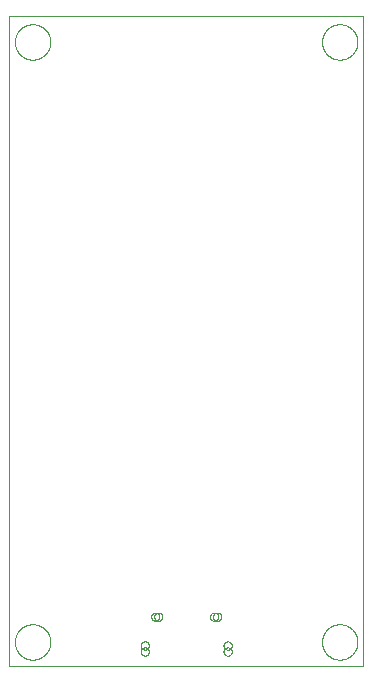
<source format=gbr>
G04 EAGLE Gerber RS-274X export*
G75*
%MOMM*%
%FSLAX34Y34*%
%LPD*%
%AMOC8*
5,1,8,0,0,1.08239X$1,22.5*%
G01*
%ADD10C,0.025400*%
%ADD11C,0.000000*%


D10*
X0Y0D02*
X300000Y0D01*
X300000Y550000D01*
X0Y550000D01*
X0Y0D01*
D11*
X5000Y20000D02*
X5005Y20368D01*
X5018Y20736D01*
X5041Y21103D01*
X5072Y21470D01*
X5113Y21836D01*
X5162Y22201D01*
X5221Y22564D01*
X5288Y22926D01*
X5364Y23287D01*
X5450Y23645D01*
X5543Y24001D01*
X5646Y24354D01*
X5757Y24705D01*
X5877Y25053D01*
X6005Y25398D01*
X6142Y25740D01*
X6287Y26079D01*
X6440Y26413D01*
X6602Y26744D01*
X6771Y27071D01*
X6949Y27393D01*
X7134Y27712D01*
X7327Y28025D01*
X7528Y28334D01*
X7736Y28637D01*
X7952Y28935D01*
X8175Y29228D01*
X8405Y29516D01*
X8642Y29798D01*
X8886Y30073D01*
X9136Y30343D01*
X9393Y30607D01*
X9657Y30864D01*
X9927Y31114D01*
X10202Y31358D01*
X10484Y31595D01*
X10772Y31825D01*
X11065Y32048D01*
X11363Y32264D01*
X11666Y32472D01*
X11975Y32673D01*
X12288Y32866D01*
X12607Y33051D01*
X12929Y33229D01*
X13256Y33398D01*
X13587Y33560D01*
X13921Y33713D01*
X14260Y33858D01*
X14602Y33995D01*
X14947Y34123D01*
X15295Y34243D01*
X15646Y34354D01*
X15999Y34457D01*
X16355Y34550D01*
X16713Y34636D01*
X17074Y34712D01*
X17436Y34779D01*
X17799Y34838D01*
X18164Y34887D01*
X18530Y34928D01*
X18897Y34959D01*
X19264Y34982D01*
X19632Y34995D01*
X20000Y35000D01*
X20368Y34995D01*
X20736Y34982D01*
X21103Y34959D01*
X21470Y34928D01*
X21836Y34887D01*
X22201Y34838D01*
X22564Y34779D01*
X22926Y34712D01*
X23287Y34636D01*
X23645Y34550D01*
X24001Y34457D01*
X24354Y34354D01*
X24705Y34243D01*
X25053Y34123D01*
X25398Y33995D01*
X25740Y33858D01*
X26079Y33713D01*
X26413Y33560D01*
X26744Y33398D01*
X27071Y33229D01*
X27393Y33051D01*
X27712Y32866D01*
X28025Y32673D01*
X28334Y32472D01*
X28637Y32264D01*
X28935Y32048D01*
X29228Y31825D01*
X29516Y31595D01*
X29798Y31358D01*
X30073Y31114D01*
X30343Y30864D01*
X30607Y30607D01*
X30864Y30343D01*
X31114Y30073D01*
X31358Y29798D01*
X31595Y29516D01*
X31825Y29228D01*
X32048Y28935D01*
X32264Y28637D01*
X32472Y28334D01*
X32673Y28025D01*
X32866Y27712D01*
X33051Y27393D01*
X33229Y27071D01*
X33398Y26744D01*
X33560Y26413D01*
X33713Y26079D01*
X33858Y25740D01*
X33995Y25398D01*
X34123Y25053D01*
X34243Y24705D01*
X34354Y24354D01*
X34457Y24001D01*
X34550Y23645D01*
X34636Y23287D01*
X34712Y22926D01*
X34779Y22564D01*
X34838Y22201D01*
X34887Y21836D01*
X34928Y21470D01*
X34959Y21103D01*
X34982Y20736D01*
X34995Y20368D01*
X35000Y20000D01*
X34995Y19632D01*
X34982Y19264D01*
X34959Y18897D01*
X34928Y18530D01*
X34887Y18164D01*
X34838Y17799D01*
X34779Y17436D01*
X34712Y17074D01*
X34636Y16713D01*
X34550Y16355D01*
X34457Y15999D01*
X34354Y15646D01*
X34243Y15295D01*
X34123Y14947D01*
X33995Y14602D01*
X33858Y14260D01*
X33713Y13921D01*
X33560Y13587D01*
X33398Y13256D01*
X33229Y12929D01*
X33051Y12607D01*
X32866Y12288D01*
X32673Y11975D01*
X32472Y11666D01*
X32264Y11363D01*
X32048Y11065D01*
X31825Y10772D01*
X31595Y10484D01*
X31358Y10202D01*
X31114Y9927D01*
X30864Y9657D01*
X30607Y9393D01*
X30343Y9136D01*
X30073Y8886D01*
X29798Y8642D01*
X29516Y8405D01*
X29228Y8175D01*
X28935Y7952D01*
X28637Y7736D01*
X28334Y7528D01*
X28025Y7327D01*
X27712Y7134D01*
X27393Y6949D01*
X27071Y6771D01*
X26744Y6602D01*
X26413Y6440D01*
X26079Y6287D01*
X25740Y6142D01*
X25398Y6005D01*
X25053Y5877D01*
X24705Y5757D01*
X24354Y5646D01*
X24001Y5543D01*
X23645Y5450D01*
X23287Y5364D01*
X22926Y5288D01*
X22564Y5221D01*
X22201Y5162D01*
X21836Y5113D01*
X21470Y5072D01*
X21103Y5041D01*
X20736Y5018D01*
X20368Y5005D01*
X20000Y5000D01*
X19632Y5005D01*
X19264Y5018D01*
X18897Y5041D01*
X18530Y5072D01*
X18164Y5113D01*
X17799Y5162D01*
X17436Y5221D01*
X17074Y5288D01*
X16713Y5364D01*
X16355Y5450D01*
X15999Y5543D01*
X15646Y5646D01*
X15295Y5757D01*
X14947Y5877D01*
X14602Y6005D01*
X14260Y6142D01*
X13921Y6287D01*
X13587Y6440D01*
X13256Y6602D01*
X12929Y6771D01*
X12607Y6949D01*
X12288Y7134D01*
X11975Y7327D01*
X11666Y7528D01*
X11363Y7736D01*
X11065Y7952D01*
X10772Y8175D01*
X10484Y8405D01*
X10202Y8642D01*
X9927Y8886D01*
X9657Y9136D01*
X9393Y9393D01*
X9136Y9657D01*
X8886Y9927D01*
X8642Y10202D01*
X8405Y10484D01*
X8175Y10772D01*
X7952Y11065D01*
X7736Y11363D01*
X7528Y11666D01*
X7327Y11975D01*
X7134Y12288D01*
X6949Y12607D01*
X6771Y12929D01*
X6602Y13256D01*
X6440Y13587D01*
X6287Y13921D01*
X6142Y14260D01*
X6005Y14602D01*
X5877Y14947D01*
X5757Y15295D01*
X5646Y15646D01*
X5543Y15999D01*
X5450Y16355D01*
X5364Y16713D01*
X5288Y17074D01*
X5221Y17436D01*
X5162Y17799D01*
X5113Y18164D01*
X5072Y18530D01*
X5041Y18897D01*
X5018Y19264D01*
X5005Y19632D01*
X5000Y20000D01*
X5000Y528000D02*
X5005Y528368D01*
X5018Y528736D01*
X5041Y529103D01*
X5072Y529470D01*
X5113Y529836D01*
X5162Y530201D01*
X5221Y530564D01*
X5288Y530926D01*
X5364Y531287D01*
X5450Y531645D01*
X5543Y532001D01*
X5646Y532354D01*
X5757Y532705D01*
X5877Y533053D01*
X6005Y533398D01*
X6142Y533740D01*
X6287Y534079D01*
X6440Y534413D01*
X6602Y534744D01*
X6771Y535071D01*
X6949Y535393D01*
X7134Y535712D01*
X7327Y536025D01*
X7528Y536334D01*
X7736Y536637D01*
X7952Y536935D01*
X8175Y537228D01*
X8405Y537516D01*
X8642Y537798D01*
X8886Y538073D01*
X9136Y538343D01*
X9393Y538607D01*
X9657Y538864D01*
X9927Y539114D01*
X10202Y539358D01*
X10484Y539595D01*
X10772Y539825D01*
X11065Y540048D01*
X11363Y540264D01*
X11666Y540472D01*
X11975Y540673D01*
X12288Y540866D01*
X12607Y541051D01*
X12929Y541229D01*
X13256Y541398D01*
X13587Y541560D01*
X13921Y541713D01*
X14260Y541858D01*
X14602Y541995D01*
X14947Y542123D01*
X15295Y542243D01*
X15646Y542354D01*
X15999Y542457D01*
X16355Y542550D01*
X16713Y542636D01*
X17074Y542712D01*
X17436Y542779D01*
X17799Y542838D01*
X18164Y542887D01*
X18530Y542928D01*
X18897Y542959D01*
X19264Y542982D01*
X19632Y542995D01*
X20000Y543000D01*
X20368Y542995D01*
X20736Y542982D01*
X21103Y542959D01*
X21470Y542928D01*
X21836Y542887D01*
X22201Y542838D01*
X22564Y542779D01*
X22926Y542712D01*
X23287Y542636D01*
X23645Y542550D01*
X24001Y542457D01*
X24354Y542354D01*
X24705Y542243D01*
X25053Y542123D01*
X25398Y541995D01*
X25740Y541858D01*
X26079Y541713D01*
X26413Y541560D01*
X26744Y541398D01*
X27071Y541229D01*
X27393Y541051D01*
X27712Y540866D01*
X28025Y540673D01*
X28334Y540472D01*
X28637Y540264D01*
X28935Y540048D01*
X29228Y539825D01*
X29516Y539595D01*
X29798Y539358D01*
X30073Y539114D01*
X30343Y538864D01*
X30607Y538607D01*
X30864Y538343D01*
X31114Y538073D01*
X31358Y537798D01*
X31595Y537516D01*
X31825Y537228D01*
X32048Y536935D01*
X32264Y536637D01*
X32472Y536334D01*
X32673Y536025D01*
X32866Y535712D01*
X33051Y535393D01*
X33229Y535071D01*
X33398Y534744D01*
X33560Y534413D01*
X33713Y534079D01*
X33858Y533740D01*
X33995Y533398D01*
X34123Y533053D01*
X34243Y532705D01*
X34354Y532354D01*
X34457Y532001D01*
X34550Y531645D01*
X34636Y531287D01*
X34712Y530926D01*
X34779Y530564D01*
X34838Y530201D01*
X34887Y529836D01*
X34928Y529470D01*
X34959Y529103D01*
X34982Y528736D01*
X34995Y528368D01*
X35000Y528000D01*
X34995Y527632D01*
X34982Y527264D01*
X34959Y526897D01*
X34928Y526530D01*
X34887Y526164D01*
X34838Y525799D01*
X34779Y525436D01*
X34712Y525074D01*
X34636Y524713D01*
X34550Y524355D01*
X34457Y523999D01*
X34354Y523646D01*
X34243Y523295D01*
X34123Y522947D01*
X33995Y522602D01*
X33858Y522260D01*
X33713Y521921D01*
X33560Y521587D01*
X33398Y521256D01*
X33229Y520929D01*
X33051Y520607D01*
X32866Y520288D01*
X32673Y519975D01*
X32472Y519666D01*
X32264Y519363D01*
X32048Y519065D01*
X31825Y518772D01*
X31595Y518484D01*
X31358Y518202D01*
X31114Y517927D01*
X30864Y517657D01*
X30607Y517393D01*
X30343Y517136D01*
X30073Y516886D01*
X29798Y516642D01*
X29516Y516405D01*
X29228Y516175D01*
X28935Y515952D01*
X28637Y515736D01*
X28334Y515528D01*
X28025Y515327D01*
X27712Y515134D01*
X27393Y514949D01*
X27071Y514771D01*
X26744Y514602D01*
X26413Y514440D01*
X26079Y514287D01*
X25740Y514142D01*
X25398Y514005D01*
X25053Y513877D01*
X24705Y513757D01*
X24354Y513646D01*
X24001Y513543D01*
X23645Y513450D01*
X23287Y513364D01*
X22926Y513288D01*
X22564Y513221D01*
X22201Y513162D01*
X21836Y513113D01*
X21470Y513072D01*
X21103Y513041D01*
X20736Y513018D01*
X20368Y513005D01*
X20000Y513000D01*
X19632Y513005D01*
X19264Y513018D01*
X18897Y513041D01*
X18530Y513072D01*
X18164Y513113D01*
X17799Y513162D01*
X17436Y513221D01*
X17074Y513288D01*
X16713Y513364D01*
X16355Y513450D01*
X15999Y513543D01*
X15646Y513646D01*
X15295Y513757D01*
X14947Y513877D01*
X14602Y514005D01*
X14260Y514142D01*
X13921Y514287D01*
X13587Y514440D01*
X13256Y514602D01*
X12929Y514771D01*
X12607Y514949D01*
X12288Y515134D01*
X11975Y515327D01*
X11666Y515528D01*
X11363Y515736D01*
X11065Y515952D01*
X10772Y516175D01*
X10484Y516405D01*
X10202Y516642D01*
X9927Y516886D01*
X9657Y517136D01*
X9393Y517393D01*
X9136Y517657D01*
X8886Y517927D01*
X8642Y518202D01*
X8405Y518484D01*
X8175Y518772D01*
X7952Y519065D01*
X7736Y519363D01*
X7528Y519666D01*
X7327Y519975D01*
X7134Y520288D01*
X6949Y520607D01*
X6771Y520929D01*
X6602Y521256D01*
X6440Y521587D01*
X6287Y521921D01*
X6142Y522260D01*
X6005Y522602D01*
X5877Y522947D01*
X5757Y523295D01*
X5646Y523646D01*
X5543Y523999D01*
X5450Y524355D01*
X5364Y524713D01*
X5288Y525074D01*
X5221Y525436D01*
X5162Y525799D01*
X5113Y526164D01*
X5072Y526530D01*
X5041Y526897D01*
X5018Y527264D01*
X5005Y527632D01*
X5000Y528000D01*
X265000Y20000D02*
X265005Y20368D01*
X265018Y20736D01*
X265041Y21103D01*
X265072Y21470D01*
X265113Y21836D01*
X265162Y22201D01*
X265221Y22564D01*
X265288Y22926D01*
X265364Y23287D01*
X265450Y23645D01*
X265543Y24001D01*
X265646Y24354D01*
X265757Y24705D01*
X265877Y25053D01*
X266005Y25398D01*
X266142Y25740D01*
X266287Y26079D01*
X266440Y26413D01*
X266602Y26744D01*
X266771Y27071D01*
X266949Y27393D01*
X267134Y27712D01*
X267327Y28025D01*
X267528Y28334D01*
X267736Y28637D01*
X267952Y28935D01*
X268175Y29228D01*
X268405Y29516D01*
X268642Y29798D01*
X268886Y30073D01*
X269136Y30343D01*
X269393Y30607D01*
X269657Y30864D01*
X269927Y31114D01*
X270202Y31358D01*
X270484Y31595D01*
X270772Y31825D01*
X271065Y32048D01*
X271363Y32264D01*
X271666Y32472D01*
X271975Y32673D01*
X272288Y32866D01*
X272607Y33051D01*
X272929Y33229D01*
X273256Y33398D01*
X273587Y33560D01*
X273921Y33713D01*
X274260Y33858D01*
X274602Y33995D01*
X274947Y34123D01*
X275295Y34243D01*
X275646Y34354D01*
X275999Y34457D01*
X276355Y34550D01*
X276713Y34636D01*
X277074Y34712D01*
X277436Y34779D01*
X277799Y34838D01*
X278164Y34887D01*
X278530Y34928D01*
X278897Y34959D01*
X279264Y34982D01*
X279632Y34995D01*
X280000Y35000D01*
X280368Y34995D01*
X280736Y34982D01*
X281103Y34959D01*
X281470Y34928D01*
X281836Y34887D01*
X282201Y34838D01*
X282564Y34779D01*
X282926Y34712D01*
X283287Y34636D01*
X283645Y34550D01*
X284001Y34457D01*
X284354Y34354D01*
X284705Y34243D01*
X285053Y34123D01*
X285398Y33995D01*
X285740Y33858D01*
X286079Y33713D01*
X286413Y33560D01*
X286744Y33398D01*
X287071Y33229D01*
X287393Y33051D01*
X287712Y32866D01*
X288025Y32673D01*
X288334Y32472D01*
X288637Y32264D01*
X288935Y32048D01*
X289228Y31825D01*
X289516Y31595D01*
X289798Y31358D01*
X290073Y31114D01*
X290343Y30864D01*
X290607Y30607D01*
X290864Y30343D01*
X291114Y30073D01*
X291358Y29798D01*
X291595Y29516D01*
X291825Y29228D01*
X292048Y28935D01*
X292264Y28637D01*
X292472Y28334D01*
X292673Y28025D01*
X292866Y27712D01*
X293051Y27393D01*
X293229Y27071D01*
X293398Y26744D01*
X293560Y26413D01*
X293713Y26079D01*
X293858Y25740D01*
X293995Y25398D01*
X294123Y25053D01*
X294243Y24705D01*
X294354Y24354D01*
X294457Y24001D01*
X294550Y23645D01*
X294636Y23287D01*
X294712Y22926D01*
X294779Y22564D01*
X294838Y22201D01*
X294887Y21836D01*
X294928Y21470D01*
X294959Y21103D01*
X294982Y20736D01*
X294995Y20368D01*
X295000Y20000D01*
X294995Y19632D01*
X294982Y19264D01*
X294959Y18897D01*
X294928Y18530D01*
X294887Y18164D01*
X294838Y17799D01*
X294779Y17436D01*
X294712Y17074D01*
X294636Y16713D01*
X294550Y16355D01*
X294457Y15999D01*
X294354Y15646D01*
X294243Y15295D01*
X294123Y14947D01*
X293995Y14602D01*
X293858Y14260D01*
X293713Y13921D01*
X293560Y13587D01*
X293398Y13256D01*
X293229Y12929D01*
X293051Y12607D01*
X292866Y12288D01*
X292673Y11975D01*
X292472Y11666D01*
X292264Y11363D01*
X292048Y11065D01*
X291825Y10772D01*
X291595Y10484D01*
X291358Y10202D01*
X291114Y9927D01*
X290864Y9657D01*
X290607Y9393D01*
X290343Y9136D01*
X290073Y8886D01*
X289798Y8642D01*
X289516Y8405D01*
X289228Y8175D01*
X288935Y7952D01*
X288637Y7736D01*
X288334Y7528D01*
X288025Y7327D01*
X287712Y7134D01*
X287393Y6949D01*
X287071Y6771D01*
X286744Y6602D01*
X286413Y6440D01*
X286079Y6287D01*
X285740Y6142D01*
X285398Y6005D01*
X285053Y5877D01*
X284705Y5757D01*
X284354Y5646D01*
X284001Y5543D01*
X283645Y5450D01*
X283287Y5364D01*
X282926Y5288D01*
X282564Y5221D01*
X282201Y5162D01*
X281836Y5113D01*
X281470Y5072D01*
X281103Y5041D01*
X280736Y5018D01*
X280368Y5005D01*
X280000Y5000D01*
X279632Y5005D01*
X279264Y5018D01*
X278897Y5041D01*
X278530Y5072D01*
X278164Y5113D01*
X277799Y5162D01*
X277436Y5221D01*
X277074Y5288D01*
X276713Y5364D01*
X276355Y5450D01*
X275999Y5543D01*
X275646Y5646D01*
X275295Y5757D01*
X274947Y5877D01*
X274602Y6005D01*
X274260Y6142D01*
X273921Y6287D01*
X273587Y6440D01*
X273256Y6602D01*
X272929Y6771D01*
X272607Y6949D01*
X272288Y7134D01*
X271975Y7327D01*
X271666Y7528D01*
X271363Y7736D01*
X271065Y7952D01*
X270772Y8175D01*
X270484Y8405D01*
X270202Y8642D01*
X269927Y8886D01*
X269657Y9136D01*
X269393Y9393D01*
X269136Y9657D01*
X268886Y9927D01*
X268642Y10202D01*
X268405Y10484D01*
X268175Y10772D01*
X267952Y11065D01*
X267736Y11363D01*
X267528Y11666D01*
X267327Y11975D01*
X267134Y12288D01*
X266949Y12607D01*
X266771Y12929D01*
X266602Y13256D01*
X266440Y13587D01*
X266287Y13921D01*
X266142Y14260D01*
X266005Y14602D01*
X265877Y14947D01*
X265757Y15295D01*
X265646Y15646D01*
X265543Y15999D01*
X265450Y16355D01*
X265364Y16713D01*
X265288Y17074D01*
X265221Y17436D01*
X265162Y17799D01*
X265113Y18164D01*
X265072Y18530D01*
X265041Y18897D01*
X265018Y19264D01*
X265005Y19632D01*
X265000Y20000D01*
X265000Y528000D02*
X265005Y528368D01*
X265018Y528736D01*
X265041Y529103D01*
X265072Y529470D01*
X265113Y529836D01*
X265162Y530201D01*
X265221Y530564D01*
X265288Y530926D01*
X265364Y531287D01*
X265450Y531645D01*
X265543Y532001D01*
X265646Y532354D01*
X265757Y532705D01*
X265877Y533053D01*
X266005Y533398D01*
X266142Y533740D01*
X266287Y534079D01*
X266440Y534413D01*
X266602Y534744D01*
X266771Y535071D01*
X266949Y535393D01*
X267134Y535712D01*
X267327Y536025D01*
X267528Y536334D01*
X267736Y536637D01*
X267952Y536935D01*
X268175Y537228D01*
X268405Y537516D01*
X268642Y537798D01*
X268886Y538073D01*
X269136Y538343D01*
X269393Y538607D01*
X269657Y538864D01*
X269927Y539114D01*
X270202Y539358D01*
X270484Y539595D01*
X270772Y539825D01*
X271065Y540048D01*
X271363Y540264D01*
X271666Y540472D01*
X271975Y540673D01*
X272288Y540866D01*
X272607Y541051D01*
X272929Y541229D01*
X273256Y541398D01*
X273587Y541560D01*
X273921Y541713D01*
X274260Y541858D01*
X274602Y541995D01*
X274947Y542123D01*
X275295Y542243D01*
X275646Y542354D01*
X275999Y542457D01*
X276355Y542550D01*
X276713Y542636D01*
X277074Y542712D01*
X277436Y542779D01*
X277799Y542838D01*
X278164Y542887D01*
X278530Y542928D01*
X278897Y542959D01*
X279264Y542982D01*
X279632Y542995D01*
X280000Y543000D01*
X280368Y542995D01*
X280736Y542982D01*
X281103Y542959D01*
X281470Y542928D01*
X281836Y542887D01*
X282201Y542838D01*
X282564Y542779D01*
X282926Y542712D01*
X283287Y542636D01*
X283645Y542550D01*
X284001Y542457D01*
X284354Y542354D01*
X284705Y542243D01*
X285053Y542123D01*
X285398Y541995D01*
X285740Y541858D01*
X286079Y541713D01*
X286413Y541560D01*
X286744Y541398D01*
X287071Y541229D01*
X287393Y541051D01*
X287712Y540866D01*
X288025Y540673D01*
X288334Y540472D01*
X288637Y540264D01*
X288935Y540048D01*
X289228Y539825D01*
X289516Y539595D01*
X289798Y539358D01*
X290073Y539114D01*
X290343Y538864D01*
X290607Y538607D01*
X290864Y538343D01*
X291114Y538073D01*
X291358Y537798D01*
X291595Y537516D01*
X291825Y537228D01*
X292048Y536935D01*
X292264Y536637D01*
X292472Y536334D01*
X292673Y536025D01*
X292866Y535712D01*
X293051Y535393D01*
X293229Y535071D01*
X293398Y534744D01*
X293560Y534413D01*
X293713Y534079D01*
X293858Y533740D01*
X293995Y533398D01*
X294123Y533053D01*
X294243Y532705D01*
X294354Y532354D01*
X294457Y532001D01*
X294550Y531645D01*
X294636Y531287D01*
X294712Y530926D01*
X294779Y530564D01*
X294838Y530201D01*
X294887Y529836D01*
X294928Y529470D01*
X294959Y529103D01*
X294982Y528736D01*
X294995Y528368D01*
X295000Y528000D01*
X294995Y527632D01*
X294982Y527264D01*
X294959Y526897D01*
X294928Y526530D01*
X294887Y526164D01*
X294838Y525799D01*
X294779Y525436D01*
X294712Y525074D01*
X294636Y524713D01*
X294550Y524355D01*
X294457Y523999D01*
X294354Y523646D01*
X294243Y523295D01*
X294123Y522947D01*
X293995Y522602D01*
X293858Y522260D01*
X293713Y521921D01*
X293560Y521587D01*
X293398Y521256D01*
X293229Y520929D01*
X293051Y520607D01*
X292866Y520288D01*
X292673Y519975D01*
X292472Y519666D01*
X292264Y519363D01*
X292048Y519065D01*
X291825Y518772D01*
X291595Y518484D01*
X291358Y518202D01*
X291114Y517927D01*
X290864Y517657D01*
X290607Y517393D01*
X290343Y517136D01*
X290073Y516886D01*
X289798Y516642D01*
X289516Y516405D01*
X289228Y516175D01*
X288935Y515952D01*
X288637Y515736D01*
X288334Y515528D01*
X288025Y515327D01*
X287712Y515134D01*
X287393Y514949D01*
X287071Y514771D01*
X286744Y514602D01*
X286413Y514440D01*
X286079Y514287D01*
X285740Y514142D01*
X285398Y514005D01*
X285053Y513877D01*
X284705Y513757D01*
X284354Y513646D01*
X284001Y513543D01*
X283645Y513450D01*
X283287Y513364D01*
X282926Y513288D01*
X282564Y513221D01*
X282201Y513162D01*
X281836Y513113D01*
X281470Y513072D01*
X281103Y513041D01*
X280736Y513018D01*
X280368Y513005D01*
X280000Y513000D01*
X279632Y513005D01*
X279264Y513018D01*
X278897Y513041D01*
X278530Y513072D01*
X278164Y513113D01*
X277799Y513162D01*
X277436Y513221D01*
X277074Y513288D01*
X276713Y513364D01*
X276355Y513450D01*
X275999Y513543D01*
X275646Y513646D01*
X275295Y513757D01*
X274947Y513877D01*
X274602Y514005D01*
X274260Y514142D01*
X273921Y514287D01*
X273587Y514440D01*
X273256Y514602D01*
X272929Y514771D01*
X272607Y514949D01*
X272288Y515134D01*
X271975Y515327D01*
X271666Y515528D01*
X271363Y515736D01*
X271065Y515952D01*
X270772Y516175D01*
X270484Y516405D01*
X270202Y516642D01*
X269927Y516886D01*
X269657Y517136D01*
X269393Y517393D01*
X269136Y517657D01*
X268886Y517927D01*
X268642Y518202D01*
X268405Y518484D01*
X268175Y518772D01*
X267952Y519065D01*
X267736Y519363D01*
X267528Y519666D01*
X267327Y519975D01*
X267134Y520288D01*
X266949Y520607D01*
X266771Y520929D01*
X266602Y521256D01*
X266440Y521587D01*
X266287Y521921D01*
X266142Y522260D01*
X266005Y522602D01*
X265877Y522947D01*
X265757Y523295D01*
X265646Y523646D01*
X265543Y523999D01*
X265450Y524355D01*
X265364Y524713D01*
X265288Y525074D01*
X265221Y525436D01*
X265162Y525799D01*
X265113Y526164D01*
X265072Y526530D01*
X265041Y526897D01*
X265018Y527264D01*
X265005Y527632D01*
X265000Y528000D01*
X111448Y16990D02*
X111450Y17108D01*
X111456Y17226D01*
X111466Y17344D01*
X111480Y17461D01*
X111498Y17578D01*
X111520Y17695D01*
X111545Y17810D01*
X111575Y17924D01*
X111609Y18038D01*
X111646Y18150D01*
X111687Y18261D01*
X111732Y18370D01*
X111780Y18478D01*
X111832Y18584D01*
X111888Y18689D01*
X111947Y18791D01*
X112009Y18891D01*
X112075Y18989D01*
X112144Y19085D01*
X112217Y19179D01*
X112292Y19270D01*
X112371Y19358D01*
X112452Y19444D01*
X112537Y19527D01*
X112624Y19607D01*
X112713Y19684D01*
X112806Y19758D01*
X112900Y19828D01*
X112997Y19896D01*
X113097Y19960D01*
X113198Y20021D01*
X113301Y20078D01*
X113407Y20132D01*
X113514Y20183D01*
X113622Y20229D01*
X113732Y20272D01*
X113844Y20311D01*
X113957Y20347D01*
X114071Y20378D01*
X114186Y20406D01*
X114301Y20430D01*
X114418Y20450D01*
X114535Y20466D01*
X114653Y20478D01*
X114771Y20486D01*
X114889Y20490D01*
X115007Y20490D01*
X115125Y20486D01*
X115243Y20478D01*
X115361Y20466D01*
X115478Y20450D01*
X115595Y20430D01*
X115710Y20406D01*
X115825Y20378D01*
X115939Y20347D01*
X116052Y20311D01*
X116164Y20272D01*
X116274Y20229D01*
X116382Y20183D01*
X116489Y20132D01*
X116595Y20078D01*
X116698Y20021D01*
X116799Y19960D01*
X116899Y19896D01*
X116996Y19828D01*
X117090Y19758D01*
X117183Y19684D01*
X117272Y19607D01*
X117359Y19527D01*
X117444Y19444D01*
X117525Y19358D01*
X117604Y19270D01*
X117679Y19179D01*
X117752Y19085D01*
X117821Y18989D01*
X117887Y18891D01*
X117949Y18791D01*
X118008Y18689D01*
X118064Y18584D01*
X118116Y18478D01*
X118164Y18370D01*
X118209Y18261D01*
X118250Y18150D01*
X118287Y18038D01*
X118321Y17924D01*
X118351Y17810D01*
X118376Y17695D01*
X118398Y17578D01*
X118416Y17461D01*
X118430Y17344D01*
X118440Y17226D01*
X118446Y17108D01*
X118448Y16990D01*
X118446Y16872D01*
X118440Y16754D01*
X118430Y16636D01*
X118416Y16519D01*
X118398Y16402D01*
X118376Y16285D01*
X118351Y16170D01*
X118321Y16056D01*
X118287Y15942D01*
X118250Y15830D01*
X118209Y15719D01*
X118164Y15610D01*
X118116Y15502D01*
X118064Y15396D01*
X118008Y15291D01*
X117949Y15189D01*
X117887Y15089D01*
X117821Y14991D01*
X117752Y14895D01*
X117679Y14801D01*
X117604Y14710D01*
X117525Y14622D01*
X117444Y14536D01*
X117359Y14453D01*
X117272Y14373D01*
X117183Y14296D01*
X117090Y14222D01*
X116996Y14152D01*
X116899Y14084D01*
X116799Y14020D01*
X116698Y13959D01*
X116595Y13902D01*
X116489Y13848D01*
X116382Y13797D01*
X116274Y13751D01*
X116164Y13708D01*
X116052Y13669D01*
X115939Y13633D01*
X115825Y13602D01*
X115710Y13574D01*
X115595Y13550D01*
X115478Y13530D01*
X115361Y13514D01*
X115243Y13502D01*
X115125Y13494D01*
X115007Y13490D01*
X114889Y13490D01*
X114771Y13494D01*
X114653Y13502D01*
X114535Y13514D01*
X114418Y13530D01*
X114301Y13550D01*
X114186Y13574D01*
X114071Y13602D01*
X113957Y13633D01*
X113844Y13669D01*
X113732Y13708D01*
X113622Y13751D01*
X113514Y13797D01*
X113407Y13848D01*
X113301Y13902D01*
X113198Y13959D01*
X113097Y14020D01*
X112997Y14084D01*
X112900Y14152D01*
X112806Y14222D01*
X112713Y14296D01*
X112624Y14373D01*
X112537Y14453D01*
X112452Y14536D01*
X112371Y14622D01*
X112292Y14710D01*
X112217Y14801D01*
X112144Y14895D01*
X112075Y14991D01*
X112009Y15089D01*
X111947Y15189D01*
X111888Y15291D01*
X111832Y15396D01*
X111780Y15502D01*
X111732Y15610D01*
X111687Y15719D01*
X111646Y15830D01*
X111609Y15942D01*
X111575Y16056D01*
X111545Y16170D01*
X111520Y16285D01*
X111498Y16402D01*
X111480Y16519D01*
X111466Y16636D01*
X111456Y16754D01*
X111450Y16872D01*
X111448Y16990D01*
X111448Y11910D02*
X111450Y12028D01*
X111456Y12146D01*
X111466Y12264D01*
X111480Y12381D01*
X111498Y12498D01*
X111520Y12615D01*
X111545Y12730D01*
X111575Y12844D01*
X111609Y12958D01*
X111646Y13070D01*
X111687Y13181D01*
X111732Y13290D01*
X111780Y13398D01*
X111832Y13504D01*
X111888Y13609D01*
X111947Y13711D01*
X112009Y13811D01*
X112075Y13909D01*
X112144Y14005D01*
X112217Y14099D01*
X112292Y14190D01*
X112371Y14278D01*
X112452Y14364D01*
X112537Y14447D01*
X112624Y14527D01*
X112713Y14604D01*
X112806Y14678D01*
X112900Y14748D01*
X112997Y14816D01*
X113097Y14880D01*
X113198Y14941D01*
X113301Y14998D01*
X113407Y15052D01*
X113514Y15103D01*
X113622Y15149D01*
X113732Y15192D01*
X113844Y15231D01*
X113957Y15267D01*
X114071Y15298D01*
X114186Y15326D01*
X114301Y15350D01*
X114418Y15370D01*
X114535Y15386D01*
X114653Y15398D01*
X114771Y15406D01*
X114889Y15410D01*
X115007Y15410D01*
X115125Y15406D01*
X115243Y15398D01*
X115361Y15386D01*
X115478Y15370D01*
X115595Y15350D01*
X115710Y15326D01*
X115825Y15298D01*
X115939Y15267D01*
X116052Y15231D01*
X116164Y15192D01*
X116274Y15149D01*
X116382Y15103D01*
X116489Y15052D01*
X116595Y14998D01*
X116698Y14941D01*
X116799Y14880D01*
X116899Y14816D01*
X116996Y14748D01*
X117090Y14678D01*
X117183Y14604D01*
X117272Y14527D01*
X117359Y14447D01*
X117444Y14364D01*
X117525Y14278D01*
X117604Y14190D01*
X117679Y14099D01*
X117752Y14005D01*
X117821Y13909D01*
X117887Y13811D01*
X117949Y13711D01*
X118008Y13609D01*
X118064Y13504D01*
X118116Y13398D01*
X118164Y13290D01*
X118209Y13181D01*
X118250Y13070D01*
X118287Y12958D01*
X118321Y12844D01*
X118351Y12730D01*
X118376Y12615D01*
X118398Y12498D01*
X118416Y12381D01*
X118430Y12264D01*
X118440Y12146D01*
X118446Y12028D01*
X118448Y11910D01*
X118446Y11792D01*
X118440Y11674D01*
X118430Y11556D01*
X118416Y11439D01*
X118398Y11322D01*
X118376Y11205D01*
X118351Y11090D01*
X118321Y10976D01*
X118287Y10862D01*
X118250Y10750D01*
X118209Y10639D01*
X118164Y10530D01*
X118116Y10422D01*
X118064Y10316D01*
X118008Y10211D01*
X117949Y10109D01*
X117887Y10009D01*
X117821Y9911D01*
X117752Y9815D01*
X117679Y9721D01*
X117604Y9630D01*
X117525Y9542D01*
X117444Y9456D01*
X117359Y9373D01*
X117272Y9293D01*
X117183Y9216D01*
X117090Y9142D01*
X116996Y9072D01*
X116899Y9004D01*
X116799Y8940D01*
X116698Y8879D01*
X116595Y8822D01*
X116489Y8768D01*
X116382Y8717D01*
X116274Y8671D01*
X116164Y8628D01*
X116052Y8589D01*
X115939Y8553D01*
X115825Y8522D01*
X115710Y8494D01*
X115595Y8470D01*
X115478Y8450D01*
X115361Y8434D01*
X115243Y8422D01*
X115125Y8414D01*
X115007Y8410D01*
X114889Y8410D01*
X114771Y8414D01*
X114653Y8422D01*
X114535Y8434D01*
X114418Y8450D01*
X114301Y8470D01*
X114186Y8494D01*
X114071Y8522D01*
X113957Y8553D01*
X113844Y8589D01*
X113732Y8628D01*
X113622Y8671D01*
X113514Y8717D01*
X113407Y8768D01*
X113301Y8822D01*
X113198Y8879D01*
X113097Y8940D01*
X112997Y9004D01*
X112900Y9072D01*
X112806Y9142D01*
X112713Y9216D01*
X112624Y9293D01*
X112537Y9373D01*
X112452Y9456D01*
X112371Y9542D01*
X112292Y9630D01*
X112217Y9721D01*
X112144Y9815D01*
X112075Y9911D01*
X112009Y10009D01*
X111947Y10109D01*
X111888Y10211D01*
X111832Y10316D01*
X111780Y10422D01*
X111732Y10530D01*
X111687Y10639D01*
X111646Y10750D01*
X111609Y10862D01*
X111575Y10976D01*
X111545Y11090D01*
X111520Y11205D01*
X111498Y11322D01*
X111480Y11439D01*
X111466Y11556D01*
X111456Y11674D01*
X111450Y11792D01*
X111448Y11910D01*
X181552Y16990D02*
X181554Y17108D01*
X181560Y17226D01*
X181570Y17344D01*
X181584Y17461D01*
X181602Y17578D01*
X181624Y17695D01*
X181649Y17810D01*
X181679Y17924D01*
X181713Y18038D01*
X181750Y18150D01*
X181791Y18261D01*
X181836Y18370D01*
X181884Y18478D01*
X181936Y18584D01*
X181992Y18689D01*
X182051Y18791D01*
X182113Y18891D01*
X182179Y18989D01*
X182248Y19085D01*
X182321Y19179D01*
X182396Y19270D01*
X182475Y19358D01*
X182556Y19444D01*
X182641Y19527D01*
X182728Y19607D01*
X182817Y19684D01*
X182910Y19758D01*
X183004Y19828D01*
X183101Y19896D01*
X183201Y19960D01*
X183302Y20021D01*
X183405Y20078D01*
X183511Y20132D01*
X183618Y20183D01*
X183726Y20229D01*
X183836Y20272D01*
X183948Y20311D01*
X184061Y20347D01*
X184175Y20378D01*
X184290Y20406D01*
X184405Y20430D01*
X184522Y20450D01*
X184639Y20466D01*
X184757Y20478D01*
X184875Y20486D01*
X184993Y20490D01*
X185111Y20490D01*
X185229Y20486D01*
X185347Y20478D01*
X185465Y20466D01*
X185582Y20450D01*
X185699Y20430D01*
X185814Y20406D01*
X185929Y20378D01*
X186043Y20347D01*
X186156Y20311D01*
X186268Y20272D01*
X186378Y20229D01*
X186486Y20183D01*
X186593Y20132D01*
X186699Y20078D01*
X186802Y20021D01*
X186903Y19960D01*
X187003Y19896D01*
X187100Y19828D01*
X187194Y19758D01*
X187287Y19684D01*
X187376Y19607D01*
X187463Y19527D01*
X187548Y19444D01*
X187629Y19358D01*
X187708Y19270D01*
X187783Y19179D01*
X187856Y19085D01*
X187925Y18989D01*
X187991Y18891D01*
X188053Y18791D01*
X188112Y18689D01*
X188168Y18584D01*
X188220Y18478D01*
X188268Y18370D01*
X188313Y18261D01*
X188354Y18150D01*
X188391Y18038D01*
X188425Y17924D01*
X188455Y17810D01*
X188480Y17695D01*
X188502Y17578D01*
X188520Y17461D01*
X188534Y17344D01*
X188544Y17226D01*
X188550Y17108D01*
X188552Y16990D01*
X188550Y16872D01*
X188544Y16754D01*
X188534Y16636D01*
X188520Y16519D01*
X188502Y16402D01*
X188480Y16285D01*
X188455Y16170D01*
X188425Y16056D01*
X188391Y15942D01*
X188354Y15830D01*
X188313Y15719D01*
X188268Y15610D01*
X188220Y15502D01*
X188168Y15396D01*
X188112Y15291D01*
X188053Y15189D01*
X187991Y15089D01*
X187925Y14991D01*
X187856Y14895D01*
X187783Y14801D01*
X187708Y14710D01*
X187629Y14622D01*
X187548Y14536D01*
X187463Y14453D01*
X187376Y14373D01*
X187287Y14296D01*
X187194Y14222D01*
X187100Y14152D01*
X187003Y14084D01*
X186903Y14020D01*
X186802Y13959D01*
X186699Y13902D01*
X186593Y13848D01*
X186486Y13797D01*
X186378Y13751D01*
X186268Y13708D01*
X186156Y13669D01*
X186043Y13633D01*
X185929Y13602D01*
X185814Y13574D01*
X185699Y13550D01*
X185582Y13530D01*
X185465Y13514D01*
X185347Y13502D01*
X185229Y13494D01*
X185111Y13490D01*
X184993Y13490D01*
X184875Y13494D01*
X184757Y13502D01*
X184639Y13514D01*
X184522Y13530D01*
X184405Y13550D01*
X184290Y13574D01*
X184175Y13602D01*
X184061Y13633D01*
X183948Y13669D01*
X183836Y13708D01*
X183726Y13751D01*
X183618Y13797D01*
X183511Y13848D01*
X183405Y13902D01*
X183302Y13959D01*
X183201Y14020D01*
X183101Y14084D01*
X183004Y14152D01*
X182910Y14222D01*
X182817Y14296D01*
X182728Y14373D01*
X182641Y14453D01*
X182556Y14536D01*
X182475Y14622D01*
X182396Y14710D01*
X182321Y14801D01*
X182248Y14895D01*
X182179Y14991D01*
X182113Y15089D01*
X182051Y15189D01*
X181992Y15291D01*
X181936Y15396D01*
X181884Y15502D01*
X181836Y15610D01*
X181791Y15719D01*
X181750Y15830D01*
X181713Y15942D01*
X181679Y16056D01*
X181649Y16170D01*
X181624Y16285D01*
X181602Y16402D01*
X181584Y16519D01*
X181570Y16636D01*
X181560Y16754D01*
X181554Y16872D01*
X181552Y16990D01*
X181552Y11910D02*
X181554Y12028D01*
X181560Y12146D01*
X181570Y12264D01*
X181584Y12381D01*
X181602Y12498D01*
X181624Y12615D01*
X181649Y12730D01*
X181679Y12844D01*
X181713Y12958D01*
X181750Y13070D01*
X181791Y13181D01*
X181836Y13290D01*
X181884Y13398D01*
X181936Y13504D01*
X181992Y13609D01*
X182051Y13711D01*
X182113Y13811D01*
X182179Y13909D01*
X182248Y14005D01*
X182321Y14099D01*
X182396Y14190D01*
X182475Y14278D01*
X182556Y14364D01*
X182641Y14447D01*
X182728Y14527D01*
X182817Y14604D01*
X182910Y14678D01*
X183004Y14748D01*
X183101Y14816D01*
X183201Y14880D01*
X183302Y14941D01*
X183405Y14998D01*
X183511Y15052D01*
X183618Y15103D01*
X183726Y15149D01*
X183836Y15192D01*
X183948Y15231D01*
X184061Y15267D01*
X184175Y15298D01*
X184290Y15326D01*
X184405Y15350D01*
X184522Y15370D01*
X184639Y15386D01*
X184757Y15398D01*
X184875Y15406D01*
X184993Y15410D01*
X185111Y15410D01*
X185229Y15406D01*
X185347Y15398D01*
X185465Y15386D01*
X185582Y15370D01*
X185699Y15350D01*
X185814Y15326D01*
X185929Y15298D01*
X186043Y15267D01*
X186156Y15231D01*
X186268Y15192D01*
X186378Y15149D01*
X186486Y15103D01*
X186593Y15052D01*
X186699Y14998D01*
X186802Y14941D01*
X186903Y14880D01*
X187003Y14816D01*
X187100Y14748D01*
X187194Y14678D01*
X187287Y14604D01*
X187376Y14527D01*
X187463Y14447D01*
X187548Y14364D01*
X187629Y14278D01*
X187708Y14190D01*
X187783Y14099D01*
X187856Y14005D01*
X187925Y13909D01*
X187991Y13811D01*
X188053Y13711D01*
X188112Y13609D01*
X188168Y13504D01*
X188220Y13398D01*
X188268Y13290D01*
X188313Y13181D01*
X188354Y13070D01*
X188391Y12958D01*
X188425Y12844D01*
X188455Y12730D01*
X188480Y12615D01*
X188502Y12498D01*
X188520Y12381D01*
X188534Y12264D01*
X188544Y12146D01*
X188550Y12028D01*
X188552Y11910D01*
X188550Y11792D01*
X188544Y11674D01*
X188534Y11556D01*
X188520Y11439D01*
X188502Y11322D01*
X188480Y11205D01*
X188455Y11090D01*
X188425Y10976D01*
X188391Y10862D01*
X188354Y10750D01*
X188313Y10639D01*
X188268Y10530D01*
X188220Y10422D01*
X188168Y10316D01*
X188112Y10211D01*
X188053Y10109D01*
X187991Y10009D01*
X187925Y9911D01*
X187856Y9815D01*
X187783Y9721D01*
X187708Y9630D01*
X187629Y9542D01*
X187548Y9456D01*
X187463Y9373D01*
X187376Y9293D01*
X187287Y9216D01*
X187194Y9142D01*
X187100Y9072D01*
X187003Y9004D01*
X186903Y8940D01*
X186802Y8879D01*
X186699Y8822D01*
X186593Y8768D01*
X186486Y8717D01*
X186378Y8671D01*
X186268Y8628D01*
X186156Y8589D01*
X186043Y8553D01*
X185929Y8522D01*
X185814Y8494D01*
X185699Y8470D01*
X185582Y8450D01*
X185465Y8434D01*
X185347Y8422D01*
X185229Y8414D01*
X185111Y8410D01*
X184993Y8410D01*
X184875Y8414D01*
X184757Y8422D01*
X184639Y8434D01*
X184522Y8450D01*
X184405Y8470D01*
X184290Y8494D01*
X184175Y8522D01*
X184061Y8553D01*
X183948Y8589D01*
X183836Y8628D01*
X183726Y8671D01*
X183618Y8717D01*
X183511Y8768D01*
X183405Y8822D01*
X183302Y8879D01*
X183201Y8940D01*
X183101Y9004D01*
X183004Y9072D01*
X182910Y9142D01*
X182817Y9216D01*
X182728Y9293D01*
X182641Y9373D01*
X182556Y9456D01*
X182475Y9542D01*
X182396Y9630D01*
X182321Y9721D01*
X182248Y9815D01*
X182179Y9911D01*
X182113Y10009D01*
X182051Y10109D01*
X181992Y10211D01*
X181936Y10316D01*
X181884Y10422D01*
X181836Y10530D01*
X181791Y10639D01*
X181750Y10750D01*
X181713Y10862D01*
X181679Y10976D01*
X181649Y11090D01*
X181624Y11205D01*
X181602Y11322D01*
X181584Y11439D01*
X181570Y11556D01*
X181560Y11674D01*
X181554Y11792D01*
X181552Y11910D01*
X120338Y41374D02*
X120340Y41492D01*
X120346Y41610D01*
X120356Y41728D01*
X120370Y41845D01*
X120388Y41962D01*
X120410Y42079D01*
X120435Y42194D01*
X120465Y42308D01*
X120499Y42422D01*
X120536Y42534D01*
X120577Y42645D01*
X120622Y42754D01*
X120670Y42862D01*
X120722Y42968D01*
X120778Y43073D01*
X120837Y43175D01*
X120899Y43275D01*
X120965Y43373D01*
X121034Y43469D01*
X121107Y43563D01*
X121182Y43654D01*
X121261Y43742D01*
X121342Y43828D01*
X121427Y43911D01*
X121514Y43991D01*
X121603Y44068D01*
X121696Y44142D01*
X121790Y44212D01*
X121887Y44280D01*
X121987Y44344D01*
X122088Y44405D01*
X122191Y44462D01*
X122297Y44516D01*
X122404Y44567D01*
X122512Y44613D01*
X122622Y44656D01*
X122734Y44695D01*
X122847Y44731D01*
X122961Y44762D01*
X123076Y44790D01*
X123191Y44814D01*
X123308Y44834D01*
X123425Y44850D01*
X123543Y44862D01*
X123661Y44870D01*
X123779Y44874D01*
X123897Y44874D01*
X124015Y44870D01*
X124133Y44862D01*
X124251Y44850D01*
X124368Y44834D01*
X124485Y44814D01*
X124600Y44790D01*
X124715Y44762D01*
X124829Y44731D01*
X124942Y44695D01*
X125054Y44656D01*
X125164Y44613D01*
X125272Y44567D01*
X125379Y44516D01*
X125485Y44462D01*
X125588Y44405D01*
X125689Y44344D01*
X125789Y44280D01*
X125886Y44212D01*
X125980Y44142D01*
X126073Y44068D01*
X126162Y43991D01*
X126249Y43911D01*
X126334Y43828D01*
X126415Y43742D01*
X126494Y43654D01*
X126569Y43563D01*
X126642Y43469D01*
X126711Y43373D01*
X126777Y43275D01*
X126839Y43175D01*
X126898Y43073D01*
X126954Y42968D01*
X127006Y42862D01*
X127054Y42754D01*
X127099Y42645D01*
X127140Y42534D01*
X127177Y42422D01*
X127211Y42308D01*
X127241Y42194D01*
X127266Y42079D01*
X127288Y41962D01*
X127306Y41845D01*
X127320Y41728D01*
X127330Y41610D01*
X127336Y41492D01*
X127338Y41374D01*
X127336Y41256D01*
X127330Y41138D01*
X127320Y41020D01*
X127306Y40903D01*
X127288Y40786D01*
X127266Y40669D01*
X127241Y40554D01*
X127211Y40440D01*
X127177Y40326D01*
X127140Y40214D01*
X127099Y40103D01*
X127054Y39994D01*
X127006Y39886D01*
X126954Y39780D01*
X126898Y39675D01*
X126839Y39573D01*
X126777Y39473D01*
X126711Y39375D01*
X126642Y39279D01*
X126569Y39185D01*
X126494Y39094D01*
X126415Y39006D01*
X126334Y38920D01*
X126249Y38837D01*
X126162Y38757D01*
X126073Y38680D01*
X125980Y38606D01*
X125886Y38536D01*
X125789Y38468D01*
X125689Y38404D01*
X125588Y38343D01*
X125485Y38286D01*
X125379Y38232D01*
X125272Y38181D01*
X125164Y38135D01*
X125054Y38092D01*
X124942Y38053D01*
X124829Y38017D01*
X124715Y37986D01*
X124600Y37958D01*
X124485Y37934D01*
X124368Y37914D01*
X124251Y37898D01*
X124133Y37886D01*
X124015Y37878D01*
X123897Y37874D01*
X123779Y37874D01*
X123661Y37878D01*
X123543Y37886D01*
X123425Y37898D01*
X123308Y37914D01*
X123191Y37934D01*
X123076Y37958D01*
X122961Y37986D01*
X122847Y38017D01*
X122734Y38053D01*
X122622Y38092D01*
X122512Y38135D01*
X122404Y38181D01*
X122297Y38232D01*
X122191Y38286D01*
X122088Y38343D01*
X121987Y38404D01*
X121887Y38468D01*
X121790Y38536D01*
X121696Y38606D01*
X121603Y38680D01*
X121514Y38757D01*
X121427Y38837D01*
X121342Y38920D01*
X121261Y39006D01*
X121182Y39094D01*
X121107Y39185D01*
X121034Y39279D01*
X120965Y39375D01*
X120899Y39473D01*
X120837Y39573D01*
X120778Y39675D01*
X120722Y39780D01*
X120670Y39886D01*
X120622Y39994D01*
X120577Y40103D01*
X120536Y40214D01*
X120499Y40326D01*
X120465Y40440D01*
X120435Y40554D01*
X120410Y40669D01*
X120388Y40786D01*
X120370Y40903D01*
X120356Y41020D01*
X120346Y41138D01*
X120340Y41256D01*
X120338Y41374D01*
X122878Y41374D02*
X122880Y41492D01*
X122886Y41610D01*
X122896Y41728D01*
X122910Y41845D01*
X122928Y41962D01*
X122950Y42079D01*
X122975Y42194D01*
X123005Y42308D01*
X123039Y42422D01*
X123076Y42534D01*
X123117Y42645D01*
X123162Y42754D01*
X123210Y42862D01*
X123262Y42968D01*
X123318Y43073D01*
X123377Y43175D01*
X123439Y43275D01*
X123505Y43373D01*
X123574Y43469D01*
X123647Y43563D01*
X123722Y43654D01*
X123801Y43742D01*
X123882Y43828D01*
X123967Y43911D01*
X124054Y43991D01*
X124143Y44068D01*
X124236Y44142D01*
X124330Y44212D01*
X124427Y44280D01*
X124527Y44344D01*
X124628Y44405D01*
X124731Y44462D01*
X124837Y44516D01*
X124944Y44567D01*
X125052Y44613D01*
X125162Y44656D01*
X125274Y44695D01*
X125387Y44731D01*
X125501Y44762D01*
X125616Y44790D01*
X125731Y44814D01*
X125848Y44834D01*
X125965Y44850D01*
X126083Y44862D01*
X126201Y44870D01*
X126319Y44874D01*
X126437Y44874D01*
X126555Y44870D01*
X126673Y44862D01*
X126791Y44850D01*
X126908Y44834D01*
X127025Y44814D01*
X127140Y44790D01*
X127255Y44762D01*
X127369Y44731D01*
X127482Y44695D01*
X127594Y44656D01*
X127704Y44613D01*
X127812Y44567D01*
X127919Y44516D01*
X128025Y44462D01*
X128128Y44405D01*
X128229Y44344D01*
X128329Y44280D01*
X128426Y44212D01*
X128520Y44142D01*
X128613Y44068D01*
X128702Y43991D01*
X128789Y43911D01*
X128874Y43828D01*
X128955Y43742D01*
X129034Y43654D01*
X129109Y43563D01*
X129182Y43469D01*
X129251Y43373D01*
X129317Y43275D01*
X129379Y43175D01*
X129438Y43073D01*
X129494Y42968D01*
X129546Y42862D01*
X129594Y42754D01*
X129639Y42645D01*
X129680Y42534D01*
X129717Y42422D01*
X129751Y42308D01*
X129781Y42194D01*
X129806Y42079D01*
X129828Y41962D01*
X129846Y41845D01*
X129860Y41728D01*
X129870Y41610D01*
X129876Y41492D01*
X129878Y41374D01*
X129876Y41256D01*
X129870Y41138D01*
X129860Y41020D01*
X129846Y40903D01*
X129828Y40786D01*
X129806Y40669D01*
X129781Y40554D01*
X129751Y40440D01*
X129717Y40326D01*
X129680Y40214D01*
X129639Y40103D01*
X129594Y39994D01*
X129546Y39886D01*
X129494Y39780D01*
X129438Y39675D01*
X129379Y39573D01*
X129317Y39473D01*
X129251Y39375D01*
X129182Y39279D01*
X129109Y39185D01*
X129034Y39094D01*
X128955Y39006D01*
X128874Y38920D01*
X128789Y38837D01*
X128702Y38757D01*
X128613Y38680D01*
X128520Y38606D01*
X128426Y38536D01*
X128329Y38468D01*
X128229Y38404D01*
X128128Y38343D01*
X128025Y38286D01*
X127919Y38232D01*
X127812Y38181D01*
X127704Y38135D01*
X127594Y38092D01*
X127482Y38053D01*
X127369Y38017D01*
X127255Y37986D01*
X127140Y37958D01*
X127025Y37934D01*
X126908Y37914D01*
X126791Y37898D01*
X126673Y37886D01*
X126555Y37878D01*
X126437Y37874D01*
X126319Y37874D01*
X126201Y37878D01*
X126083Y37886D01*
X125965Y37898D01*
X125848Y37914D01*
X125731Y37934D01*
X125616Y37958D01*
X125501Y37986D01*
X125387Y38017D01*
X125274Y38053D01*
X125162Y38092D01*
X125052Y38135D01*
X124944Y38181D01*
X124837Y38232D01*
X124731Y38286D01*
X124628Y38343D01*
X124527Y38404D01*
X124427Y38468D01*
X124330Y38536D01*
X124236Y38606D01*
X124143Y38680D01*
X124054Y38757D01*
X123967Y38837D01*
X123882Y38920D01*
X123801Y39006D01*
X123722Y39094D01*
X123647Y39185D01*
X123574Y39279D01*
X123505Y39375D01*
X123439Y39473D01*
X123377Y39573D01*
X123318Y39675D01*
X123262Y39780D01*
X123210Y39886D01*
X123162Y39994D01*
X123117Y40103D01*
X123076Y40214D01*
X123039Y40326D01*
X123005Y40440D01*
X122975Y40554D01*
X122950Y40669D01*
X122928Y40786D01*
X122910Y40903D01*
X122896Y41020D01*
X122886Y41138D01*
X122880Y41256D01*
X122878Y41374D01*
X170122Y41374D02*
X170124Y41492D01*
X170130Y41610D01*
X170140Y41728D01*
X170154Y41845D01*
X170172Y41962D01*
X170194Y42079D01*
X170219Y42194D01*
X170249Y42308D01*
X170283Y42422D01*
X170320Y42534D01*
X170361Y42645D01*
X170406Y42754D01*
X170454Y42862D01*
X170506Y42968D01*
X170562Y43073D01*
X170621Y43175D01*
X170683Y43275D01*
X170749Y43373D01*
X170818Y43469D01*
X170891Y43563D01*
X170966Y43654D01*
X171045Y43742D01*
X171126Y43828D01*
X171211Y43911D01*
X171298Y43991D01*
X171387Y44068D01*
X171480Y44142D01*
X171574Y44212D01*
X171671Y44280D01*
X171771Y44344D01*
X171872Y44405D01*
X171975Y44462D01*
X172081Y44516D01*
X172188Y44567D01*
X172296Y44613D01*
X172406Y44656D01*
X172518Y44695D01*
X172631Y44731D01*
X172745Y44762D01*
X172860Y44790D01*
X172975Y44814D01*
X173092Y44834D01*
X173209Y44850D01*
X173327Y44862D01*
X173445Y44870D01*
X173563Y44874D01*
X173681Y44874D01*
X173799Y44870D01*
X173917Y44862D01*
X174035Y44850D01*
X174152Y44834D01*
X174269Y44814D01*
X174384Y44790D01*
X174499Y44762D01*
X174613Y44731D01*
X174726Y44695D01*
X174838Y44656D01*
X174948Y44613D01*
X175056Y44567D01*
X175163Y44516D01*
X175269Y44462D01*
X175372Y44405D01*
X175473Y44344D01*
X175573Y44280D01*
X175670Y44212D01*
X175764Y44142D01*
X175857Y44068D01*
X175946Y43991D01*
X176033Y43911D01*
X176118Y43828D01*
X176199Y43742D01*
X176278Y43654D01*
X176353Y43563D01*
X176426Y43469D01*
X176495Y43373D01*
X176561Y43275D01*
X176623Y43175D01*
X176682Y43073D01*
X176738Y42968D01*
X176790Y42862D01*
X176838Y42754D01*
X176883Y42645D01*
X176924Y42534D01*
X176961Y42422D01*
X176995Y42308D01*
X177025Y42194D01*
X177050Y42079D01*
X177072Y41962D01*
X177090Y41845D01*
X177104Y41728D01*
X177114Y41610D01*
X177120Y41492D01*
X177122Y41374D01*
X177120Y41256D01*
X177114Y41138D01*
X177104Y41020D01*
X177090Y40903D01*
X177072Y40786D01*
X177050Y40669D01*
X177025Y40554D01*
X176995Y40440D01*
X176961Y40326D01*
X176924Y40214D01*
X176883Y40103D01*
X176838Y39994D01*
X176790Y39886D01*
X176738Y39780D01*
X176682Y39675D01*
X176623Y39573D01*
X176561Y39473D01*
X176495Y39375D01*
X176426Y39279D01*
X176353Y39185D01*
X176278Y39094D01*
X176199Y39006D01*
X176118Y38920D01*
X176033Y38837D01*
X175946Y38757D01*
X175857Y38680D01*
X175764Y38606D01*
X175670Y38536D01*
X175573Y38468D01*
X175473Y38404D01*
X175372Y38343D01*
X175269Y38286D01*
X175163Y38232D01*
X175056Y38181D01*
X174948Y38135D01*
X174838Y38092D01*
X174726Y38053D01*
X174613Y38017D01*
X174499Y37986D01*
X174384Y37958D01*
X174269Y37934D01*
X174152Y37914D01*
X174035Y37898D01*
X173917Y37886D01*
X173799Y37878D01*
X173681Y37874D01*
X173563Y37874D01*
X173445Y37878D01*
X173327Y37886D01*
X173209Y37898D01*
X173092Y37914D01*
X172975Y37934D01*
X172860Y37958D01*
X172745Y37986D01*
X172631Y38017D01*
X172518Y38053D01*
X172406Y38092D01*
X172296Y38135D01*
X172188Y38181D01*
X172081Y38232D01*
X171975Y38286D01*
X171872Y38343D01*
X171771Y38404D01*
X171671Y38468D01*
X171574Y38536D01*
X171480Y38606D01*
X171387Y38680D01*
X171298Y38757D01*
X171211Y38837D01*
X171126Y38920D01*
X171045Y39006D01*
X170966Y39094D01*
X170891Y39185D01*
X170818Y39279D01*
X170749Y39375D01*
X170683Y39473D01*
X170621Y39573D01*
X170562Y39675D01*
X170506Y39780D01*
X170454Y39886D01*
X170406Y39994D01*
X170361Y40103D01*
X170320Y40214D01*
X170283Y40326D01*
X170249Y40440D01*
X170219Y40554D01*
X170194Y40669D01*
X170172Y40786D01*
X170154Y40903D01*
X170140Y41020D01*
X170130Y41138D01*
X170124Y41256D01*
X170122Y41374D01*
X172662Y41374D02*
X172664Y41492D01*
X172670Y41610D01*
X172680Y41728D01*
X172694Y41845D01*
X172712Y41962D01*
X172734Y42079D01*
X172759Y42194D01*
X172789Y42308D01*
X172823Y42422D01*
X172860Y42534D01*
X172901Y42645D01*
X172946Y42754D01*
X172994Y42862D01*
X173046Y42968D01*
X173102Y43073D01*
X173161Y43175D01*
X173223Y43275D01*
X173289Y43373D01*
X173358Y43469D01*
X173431Y43563D01*
X173506Y43654D01*
X173585Y43742D01*
X173666Y43828D01*
X173751Y43911D01*
X173838Y43991D01*
X173927Y44068D01*
X174020Y44142D01*
X174114Y44212D01*
X174211Y44280D01*
X174311Y44344D01*
X174412Y44405D01*
X174515Y44462D01*
X174621Y44516D01*
X174728Y44567D01*
X174836Y44613D01*
X174946Y44656D01*
X175058Y44695D01*
X175171Y44731D01*
X175285Y44762D01*
X175400Y44790D01*
X175515Y44814D01*
X175632Y44834D01*
X175749Y44850D01*
X175867Y44862D01*
X175985Y44870D01*
X176103Y44874D01*
X176221Y44874D01*
X176339Y44870D01*
X176457Y44862D01*
X176575Y44850D01*
X176692Y44834D01*
X176809Y44814D01*
X176924Y44790D01*
X177039Y44762D01*
X177153Y44731D01*
X177266Y44695D01*
X177378Y44656D01*
X177488Y44613D01*
X177596Y44567D01*
X177703Y44516D01*
X177809Y44462D01*
X177912Y44405D01*
X178013Y44344D01*
X178113Y44280D01*
X178210Y44212D01*
X178304Y44142D01*
X178397Y44068D01*
X178486Y43991D01*
X178573Y43911D01*
X178658Y43828D01*
X178739Y43742D01*
X178818Y43654D01*
X178893Y43563D01*
X178966Y43469D01*
X179035Y43373D01*
X179101Y43275D01*
X179163Y43175D01*
X179222Y43073D01*
X179278Y42968D01*
X179330Y42862D01*
X179378Y42754D01*
X179423Y42645D01*
X179464Y42534D01*
X179501Y42422D01*
X179535Y42308D01*
X179565Y42194D01*
X179590Y42079D01*
X179612Y41962D01*
X179630Y41845D01*
X179644Y41728D01*
X179654Y41610D01*
X179660Y41492D01*
X179662Y41374D01*
X179660Y41256D01*
X179654Y41138D01*
X179644Y41020D01*
X179630Y40903D01*
X179612Y40786D01*
X179590Y40669D01*
X179565Y40554D01*
X179535Y40440D01*
X179501Y40326D01*
X179464Y40214D01*
X179423Y40103D01*
X179378Y39994D01*
X179330Y39886D01*
X179278Y39780D01*
X179222Y39675D01*
X179163Y39573D01*
X179101Y39473D01*
X179035Y39375D01*
X178966Y39279D01*
X178893Y39185D01*
X178818Y39094D01*
X178739Y39006D01*
X178658Y38920D01*
X178573Y38837D01*
X178486Y38757D01*
X178397Y38680D01*
X178304Y38606D01*
X178210Y38536D01*
X178113Y38468D01*
X178013Y38404D01*
X177912Y38343D01*
X177809Y38286D01*
X177703Y38232D01*
X177596Y38181D01*
X177488Y38135D01*
X177378Y38092D01*
X177266Y38053D01*
X177153Y38017D01*
X177039Y37986D01*
X176924Y37958D01*
X176809Y37934D01*
X176692Y37914D01*
X176575Y37898D01*
X176457Y37886D01*
X176339Y37878D01*
X176221Y37874D01*
X176103Y37874D01*
X175985Y37878D01*
X175867Y37886D01*
X175749Y37898D01*
X175632Y37914D01*
X175515Y37934D01*
X175400Y37958D01*
X175285Y37986D01*
X175171Y38017D01*
X175058Y38053D01*
X174946Y38092D01*
X174836Y38135D01*
X174728Y38181D01*
X174621Y38232D01*
X174515Y38286D01*
X174412Y38343D01*
X174311Y38404D01*
X174211Y38468D01*
X174114Y38536D01*
X174020Y38606D01*
X173927Y38680D01*
X173838Y38757D01*
X173751Y38837D01*
X173666Y38920D01*
X173585Y39006D01*
X173506Y39094D01*
X173431Y39185D01*
X173358Y39279D01*
X173289Y39375D01*
X173223Y39473D01*
X173161Y39573D01*
X173102Y39675D01*
X173046Y39780D01*
X172994Y39886D01*
X172946Y39994D01*
X172901Y40103D01*
X172860Y40214D01*
X172823Y40326D01*
X172789Y40440D01*
X172759Y40554D01*
X172734Y40669D01*
X172712Y40786D01*
X172694Y40903D01*
X172680Y41020D01*
X172670Y41138D01*
X172664Y41256D01*
X172662Y41374D01*
M02*

</source>
